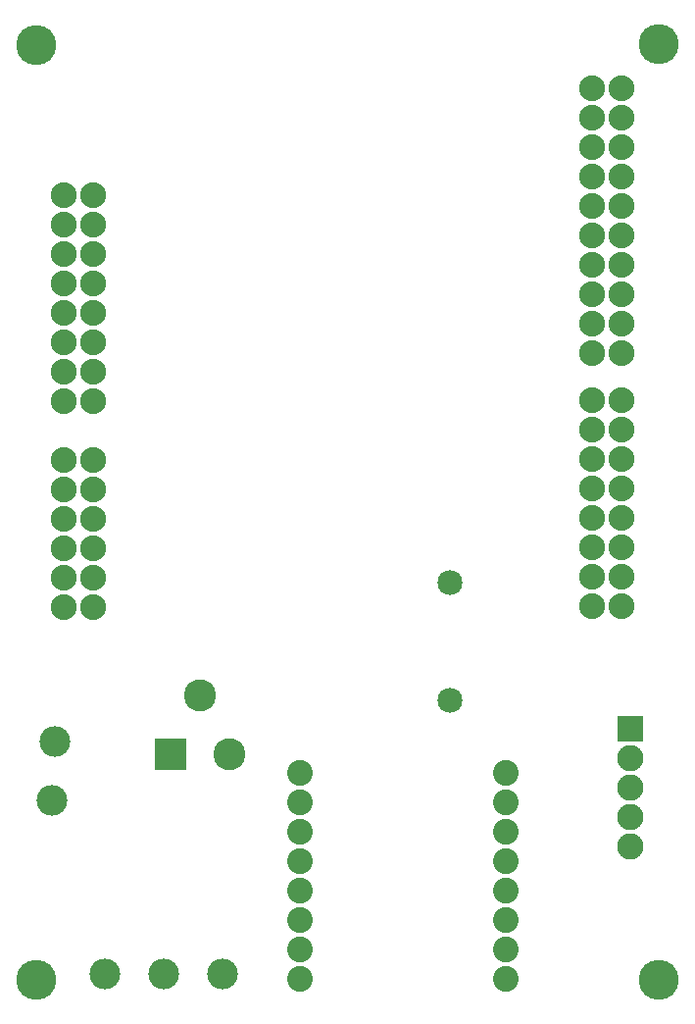
<source format=gts>
G04 MADE WITH FRITZING*
G04 WWW.FRITZING.ORG*
G04 DOUBLE SIDED*
G04 HOLES PLATED*
G04 CONTOUR ON CENTER OF CONTOUR VECTOR*
%ASAXBY*%
%FSLAX23Y23*%
%MOIN*%
%OFA0B0*%
%SFA1.0B1.0*%
%ADD10C,0.089370*%
%ADD11C,0.109000*%
%ADD12C,0.104488*%
%ADD13C,0.085000*%
%ADD14C,0.135984*%
%ADD15C,0.087701*%
%ADD16C,0.088000*%
%ADD17R,0.089370X0.089370*%
%ADD18R,0.109000X0.109000*%
%LNMASK1*%
G90*
G70*
G54D10*
X2123Y961D03*
X2123Y861D03*
X2123Y761D03*
X2123Y661D03*
X2123Y561D03*
G54D11*
X760Y873D03*
X560Y873D03*
X660Y1073D03*
G54D12*
X168Y917D03*
X158Y717D03*
X337Y125D03*
X537Y125D03*
X737Y125D03*
G54D13*
X1510Y1455D03*
X1510Y1055D03*
G54D14*
X2220Y107D03*
X2220Y3285D03*
X104Y3283D03*
X104Y107D03*
G54D15*
X1001Y809D03*
X1001Y709D03*
X1001Y609D03*
X1001Y509D03*
X1001Y409D03*
X1001Y309D03*
X1001Y209D03*
X1001Y109D03*
X1700Y809D03*
X1700Y709D03*
X1700Y609D03*
X1700Y509D03*
X1700Y409D03*
X1700Y309D03*
X1700Y209D03*
X1700Y109D03*
G54D16*
X195Y2774D03*
X195Y2674D03*
X195Y2574D03*
X195Y2474D03*
X195Y2374D03*
X195Y2274D03*
X195Y2174D03*
X195Y2074D03*
X195Y2774D03*
X195Y2674D03*
X195Y2574D03*
X195Y2474D03*
X195Y2374D03*
X195Y2274D03*
X195Y2174D03*
X195Y2074D03*
X295Y2074D03*
X295Y2174D03*
X295Y2274D03*
X295Y2374D03*
X295Y2474D03*
X295Y2574D03*
X295Y2674D03*
X295Y2774D03*
X195Y1873D03*
X195Y1773D03*
X195Y1673D03*
X195Y1573D03*
X195Y1473D03*
X195Y1373D03*
X195Y1873D03*
X195Y1773D03*
X195Y1673D03*
X195Y1573D03*
X195Y1473D03*
X195Y1373D03*
X295Y1373D03*
X295Y1473D03*
X295Y1573D03*
X295Y1673D03*
X295Y1773D03*
X295Y1873D03*
X1994Y2076D03*
X1994Y1976D03*
X1994Y1876D03*
X1994Y1776D03*
X1994Y1676D03*
X1994Y1576D03*
X1994Y1476D03*
X1994Y1376D03*
X1994Y2076D03*
X1994Y1976D03*
X1994Y1876D03*
X1994Y1776D03*
X1994Y1676D03*
X1994Y1576D03*
X1994Y1476D03*
X1994Y1376D03*
X2094Y1376D03*
X2094Y1476D03*
X2094Y1576D03*
X2094Y1676D03*
X2094Y1776D03*
X2094Y1876D03*
X2094Y1976D03*
X2094Y2076D03*
X1993Y3135D03*
X1993Y3035D03*
X1993Y2935D03*
X1993Y2835D03*
X1993Y2735D03*
X1993Y2635D03*
X1993Y2535D03*
X1993Y2435D03*
X1993Y2335D03*
X1993Y2235D03*
X1993Y3135D03*
X1993Y3035D03*
X1993Y2935D03*
X1993Y2835D03*
X1993Y2735D03*
X1993Y2635D03*
X1993Y2535D03*
X1993Y2435D03*
X1993Y2335D03*
X1993Y2235D03*
X2093Y2235D03*
X2093Y2335D03*
X2093Y2435D03*
X2093Y2535D03*
X2093Y2635D03*
X2093Y2735D03*
X2093Y2835D03*
X2093Y2935D03*
X2093Y3035D03*
X2093Y3135D03*
G54D17*
X2123Y961D03*
G54D18*
X560Y873D03*
G04 End of Mask1*
M02*
</source>
